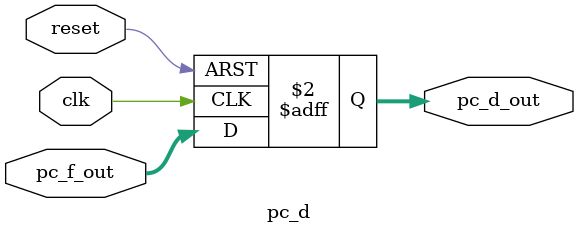
<source format=sv>
module pc_d(
    input logic clk,
    input logic reset,
    input logic [31:0]pc_f_out,
    output logic [31:0]pc_d_out
);
always @(posedge clk,posedge reset)begin
    if (reset) pc_d_out=0;
    else pc_d_out=pc_f_out;
end    
endmodule
</source>
